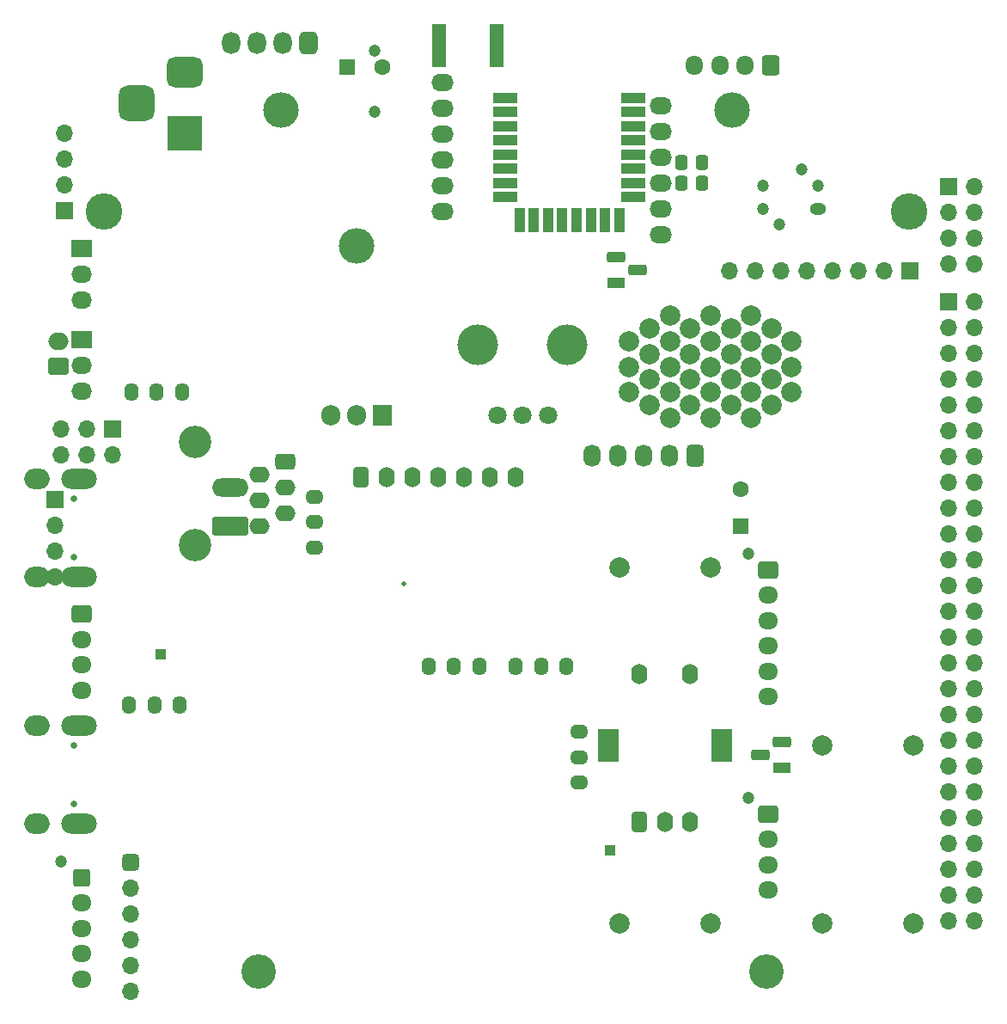
<source format=gbr>
%TF.GenerationSoftware,KiCad,Pcbnew,(6.0.1)*%
%TF.CreationDate,2022-03-13T10:13:47+01:00*%
%TF.ProjectId,pcbV10,70636256-3130-42e6-9b69-6361645f7063,rev?*%
%TF.SameCoordinates,Original*%
%TF.FileFunction,Soldermask,Bot*%
%TF.FilePolarity,Negative*%
%FSLAX46Y46*%
G04 Gerber Fmt 4.6, Leading zero omitted, Abs format (unit mm)*
G04 Created by KiCad (PCBNEW (6.0.1)) date 2022-03-13 10:13:47*
%MOMM*%
%LPD*%
G01*
G04 APERTURE LIST*
G04 Aperture macros list*
%AMRoundRect*
0 Rectangle with rounded corners*
0 $1 Rounding radius*
0 $2 $3 $4 $5 $6 $7 $8 $9 X,Y pos of 4 corners*
0 Add a 4 corners polygon primitive as box body*
4,1,4,$2,$3,$4,$5,$6,$7,$8,$9,$2,$3,0*
0 Add four circle primitives for the rounded corners*
1,1,$1+$1,$2,$3*
1,1,$1+$1,$4,$5*
1,1,$1+$1,$6,$7*
1,1,$1+$1,$8,$9*
0 Add four rect primitives between the rounded corners*
20,1,$1+$1,$2,$3,$4,$5,0*
20,1,$1+$1,$4,$5,$6,$7,0*
20,1,$1+$1,$6,$7,$8,$9,0*
20,1,$1+$1,$8,$9,$2,$3,0*%
G04 Aperture macros list end*
%ADD10R,1.600000X1.600000*%
%ADD11C,1.600000*%
%ADD12O,2.200000X1.700000*%
%ADD13C,1.200000*%
%ADD14RoundRect,0.250000X-0.600000X0.600000X-0.600000X-0.600000X0.600000X-0.600000X0.600000X0.600000X0*%
%ADD15O,1.950000X1.700000*%
%ADD16C,0.650000*%
%ADD17O,2.500000X2.000000*%
%ADD18O,3.500000X2.000000*%
%ADD19R,1.700000X1.700000*%
%ADD20O,1.700000X1.700000*%
%ADD21R,2.030000X1.730000*%
%ADD22O,2.030000X1.730000*%
%ADD23R,1.350000X4.200000*%
%ADD24C,4.000000*%
%ADD25C,1.800000*%
%ADD26C,2.000000*%
%ADD27C,3.200000*%
%ADD28RoundRect,0.400000X0.600000X-0.400000X0.600000X0.400000X-0.600000X0.400000X-0.600000X-0.400000X0*%
%ADD29O,2.000000X1.600000*%
%ADD30RoundRect,0.250000X0.550000X-0.550000X0.550000X0.550000X-0.550000X0.550000X-0.550000X-0.550000X0*%
%ADD31RoundRect,0.250000X-0.725000X0.600000X-0.725000X-0.600000X0.725000X-0.600000X0.725000X0.600000X0*%
%ADD32C,3.400000*%
%ADD33RoundRect,0.450000X-0.450000X0.650000X-0.450000X-0.650000X0.450000X-0.650000X0.450000X0.650000X0*%
%ADD34O,1.800000X2.200000*%
%ADD35RoundRect,0.400000X0.400000X-0.600000X0.400000X0.600000X-0.400000X0.600000X-0.400000X-0.600000X0*%
%ADD36O,1.600000X2.000000*%
%ADD37R,2.000000X3.200000*%
%ADD38RoundRect,0.400000X-0.400000X-0.600000X0.400000X-0.600000X0.400000X0.600000X-0.400000X0.600000X0*%
%ADD39O,1.800000X1.400000*%
%ADD40O,1.400000X1.800000*%
%ADD41R,3.500000X3.500000*%
%ADD42RoundRect,0.750000X-1.000000X0.750000X-1.000000X-0.750000X1.000000X-0.750000X1.000000X0.750000X0*%
%ADD43RoundRect,0.875000X-0.875000X0.875000X-0.875000X-0.875000X0.875000X-0.875000X0.875000X0.875000X0*%
%ADD44RoundRect,0.425000X-0.425000X-0.425000X0.425000X-0.425000X0.425000X0.425000X-0.425000X0.425000X0*%
%ADD45R,1.800000X1.100000*%
%ADD46RoundRect,0.275000X0.625000X-0.275000X0.625000X0.275000X-0.625000X0.275000X-0.625000X-0.275000X0*%
%ADD47RoundRect,0.425000X-0.425000X0.675000X-0.425000X-0.675000X0.425000X-0.675000X0.425000X0.675000X0*%
%ADD48O,1.700000X2.200000*%
%ADD49O,1.600000X1.200000*%
%ADD50R,1.000000X1.000000*%
%ADD51RoundRect,0.250000X0.600000X0.725000X-0.600000X0.725000X-0.600000X-0.725000X0.600000X-0.725000X0*%
%ADD52O,1.700000X1.950000*%
%ADD53O,3.500000X3.500000*%
%ADD54R,1.905000X2.000000*%
%ADD55O,1.905000X2.000000*%
%ADD56RoundRect,0.250000X1.550000X-0.650000X1.550000X0.650000X-1.550000X0.650000X-1.550000X-0.650000X0*%
%ADD57O,3.600000X1.800000*%
%ADD58C,0.500000*%
%ADD59C,3.600000*%
%ADD60RoundRect,0.250000X0.750000X-0.600000X0.750000X0.600000X-0.750000X0.600000X-0.750000X-0.600000X0*%
%ADD61O,2.000000X1.700000*%
%ADD62RoundRect,0.250000X-0.337500X-0.475000X0.337500X-0.475000X0.337500X0.475000X-0.337500X0.475000X0*%
%ADD63R,2.450000X1.000000*%
%ADD64R,1.000000X2.450000*%
G04 APERTURE END LIST*
D10*
%TO.C,C27*%
X83194849Y-54200000D03*
D11*
X86694849Y-54200000D03*
%TD*%
D12*
%TO.C,GSM_Module1*%
X92583000Y-55700000D03*
X92583000Y-58240000D03*
X92583000Y-60780000D03*
X92583000Y-63320000D03*
X92583000Y-65860000D03*
X92583000Y-68400000D03*
X114083000Y-58000000D03*
X114083000Y-60540000D03*
X114083000Y-63080000D03*
X114083000Y-65620000D03*
X114083000Y-68160000D03*
X114083000Y-70700000D03*
%TD*%
D13*
%TO.C,J3*%
X55000000Y-132400000D03*
D14*
X57000000Y-134000000D03*
D15*
X57000000Y-136500000D03*
X57000000Y-139000000D03*
X57000000Y-141500000D03*
X57000000Y-144000000D03*
%TD*%
D16*
%TO.C,J8*%
X56300000Y-102490000D03*
X56300000Y-96710000D03*
D17*
X52600000Y-104420000D03*
X52600000Y-94780000D03*
D18*
X56780000Y-94780000D03*
X56780000Y-104420000D03*
%TD*%
D19*
%TO.C,J9*%
X55372000Y-68326000D03*
D20*
X55372000Y-65786000D03*
X55372000Y-63246000D03*
X55372000Y-60706000D03*
%TD*%
D21*
%TO.C,J11*%
X57000000Y-81060000D03*
D22*
X57000000Y-83600000D03*
X57000000Y-86140000D03*
%TD*%
D19*
%TO.C,J12*%
X142460000Y-77290000D03*
D20*
X145000000Y-77290000D03*
X142460000Y-79830000D03*
X145000000Y-79830000D03*
X142460000Y-82370000D03*
X145000000Y-82370000D03*
X142460000Y-84910000D03*
X145000000Y-84910000D03*
X142460000Y-87450000D03*
X145000000Y-87450000D03*
X142460000Y-89990000D03*
X145000000Y-89990000D03*
X142460000Y-92530000D03*
X145000000Y-92530000D03*
X142460000Y-95070000D03*
X145000000Y-95070000D03*
X142460000Y-97610000D03*
X145000000Y-97610000D03*
X142460000Y-100150000D03*
X145000000Y-100150000D03*
X142460000Y-102690000D03*
X145000000Y-102690000D03*
X142460000Y-105230000D03*
X145000000Y-105230000D03*
X142460000Y-107770000D03*
X145000000Y-107770000D03*
X142460000Y-110310000D03*
X145000000Y-110310000D03*
X142460000Y-112850000D03*
X145000000Y-112850000D03*
X142460000Y-115390000D03*
X145000000Y-115390000D03*
X142460000Y-117930000D03*
X145000000Y-117930000D03*
X142460000Y-120470000D03*
X145000000Y-120470000D03*
X142460000Y-123010000D03*
X145000000Y-123010000D03*
X142460000Y-125550000D03*
X145000000Y-125550000D03*
X142460000Y-128090000D03*
X145000000Y-128090000D03*
X142460000Y-130630000D03*
X145000000Y-130630000D03*
X142460000Y-133170000D03*
X145000000Y-133170000D03*
X142460000Y-135710000D03*
X145000000Y-135710000D03*
X142460000Y-138250000D03*
X145000000Y-138250000D03*
%TD*%
D23*
%TO.C,J14*%
X97925000Y-52100000D03*
X92275000Y-52100000D03*
%TD*%
D24*
%TO.C,RV1*%
X96100000Y-81500000D03*
X104900000Y-81500000D03*
D25*
X103000000Y-88500000D03*
X100500000Y-88500000D03*
X98000000Y-88500000D03*
%TD*%
D26*
%TO.C,SW1*%
X139000000Y-121000000D03*
X130000000Y-121000000D03*
%TD*%
%TO.C,SW5*%
X139000000Y-138500000D03*
X130000000Y-138500000D03*
%TD*%
D19*
%TO.C,J2*%
X60080000Y-89825000D03*
D20*
X60080000Y-92365000D03*
X57540000Y-89825000D03*
X57540000Y-92365000D03*
X55000000Y-89825000D03*
X55000000Y-92365000D03*
%TD*%
D27*
%TO.C,J7*%
X68210000Y-91120000D03*
X68210000Y-101280000D03*
D28*
X77100000Y-93025000D03*
D29*
X74560000Y-94295000D03*
X77100000Y-95565000D03*
X74560000Y-96835000D03*
X77100000Y-98105000D03*
X74560000Y-99375000D03*
%TD*%
D30*
%TO.C,J13*%
X122000000Y-99400000D03*
D11*
X122000000Y-95800000D03*
%TD*%
D13*
%TO.C,J4*%
X122700000Y-126150000D03*
D31*
X124700000Y-127750000D03*
D15*
X124700000Y-130250000D03*
X124700000Y-132750000D03*
X124700000Y-135250000D03*
%TD*%
D26*
%TO.C,SW3*%
X119000000Y-138500000D03*
X110000000Y-138500000D03*
%TD*%
D32*
%TO.C,X1*%
X124500000Y-143250000D03*
X74500000Y-143250000D03*
%TD*%
D33*
%TO.C,U16*%
X79410000Y-51800000D03*
D34*
X76870000Y-51800000D03*
X74330000Y-51800000D03*
X71790000Y-51800000D03*
%TD*%
D13*
%TO.C,J5*%
X122700000Y-102100000D03*
D31*
X124700000Y-103700000D03*
D15*
X124700000Y-106200000D03*
X124700000Y-108700000D03*
X124700000Y-111200000D03*
X124700000Y-113700000D03*
X124700000Y-116200000D03*
%TD*%
D26*
%TO.C,SW4*%
X119000000Y-103500000D03*
X110000000Y-103500000D03*
%TD*%
D35*
%TO.C,SW2*%
X112000000Y-128500000D03*
D36*
X117000000Y-128500000D03*
X114500000Y-128500000D03*
D37*
X108900000Y-121000000D03*
X120100000Y-121000000D03*
D36*
X117000000Y-114000000D03*
X112000000Y-114000000D03*
%TD*%
D21*
%TO.C,J10*%
X57000000Y-72060000D03*
D22*
X57000000Y-74600000D03*
X57000000Y-77140000D03*
%TD*%
D38*
%TO.C,U14*%
X84580000Y-94600000D03*
D36*
X87120000Y-94600000D03*
X89660000Y-94600000D03*
X92200000Y-94600000D03*
X94740000Y-94600000D03*
X97280000Y-94600000D03*
X99820000Y-94600000D03*
%TD*%
D39*
%TO.C,SW6*%
X80000000Y-101500000D03*
X80000000Y-99000000D03*
X80000000Y-96500000D03*
%TD*%
D16*
%TO.C,J1*%
X56300000Y-121010000D03*
X56300000Y-126790000D03*
D17*
X52600000Y-119080000D03*
D18*
X56780000Y-119080000D03*
X56780000Y-128720000D03*
D17*
X52600000Y-128720000D03*
%TD*%
D40*
%TO.C,SW7*%
X104800000Y-113200000D03*
X102300000Y-113200000D03*
X99800000Y-113200000D03*
%TD*%
D39*
%TO.C,SW8*%
X106045000Y-124674000D03*
X106045000Y-122174000D03*
X106045000Y-119674000D03*
%TD*%
D40*
%TO.C,SW11*%
X66700000Y-117000000D03*
X64200000Y-117000000D03*
X61700000Y-117000000D03*
%TD*%
%TO.C,SW9*%
X96200000Y-113200000D03*
X93700000Y-113200000D03*
X91200000Y-113200000D03*
%TD*%
%TO.C,SW10*%
X61900000Y-86200000D03*
X64400000Y-86200000D03*
X66900000Y-86200000D03*
%TD*%
D31*
%TO.C,J6*%
X57000000Y-108050000D03*
D15*
X57000000Y-110550000D03*
X57000000Y-113050000D03*
X57000000Y-115550000D03*
%TD*%
D41*
%TO.C,J18*%
X67183000Y-60706000D03*
D42*
X67183000Y-54706000D03*
D43*
X62483000Y-57706000D03*
%TD*%
D19*
%TO.C,J19*%
X142425000Y-66000000D03*
D20*
X144965000Y-66000000D03*
X142425000Y-68540000D03*
X144965000Y-68540000D03*
X142425000Y-71080000D03*
X144965000Y-71080000D03*
X142425000Y-73620000D03*
X144965000Y-73620000D03*
%TD*%
D44*
%TO.C,J16*%
X61825000Y-132475000D03*
D20*
X61825000Y-135015000D03*
X61825000Y-137555000D03*
X61825000Y-140095000D03*
X61825000Y-142635000D03*
X61825000Y-145175000D03*
%TD*%
D19*
%TO.C,J17*%
X138684000Y-74295000D03*
D20*
X136144000Y-74295000D03*
X133604000Y-74295000D03*
X131064000Y-74295000D03*
X128524000Y-74295000D03*
X125984000Y-74295000D03*
X123444000Y-74295000D03*
X120904000Y-74295000D03*
%TD*%
D45*
%TO.C,U7*%
X126020000Y-123170000D03*
D46*
X123950000Y-121900000D03*
X126020000Y-120630000D03*
%TD*%
D47*
%TO.C,U20*%
X117480000Y-92500000D03*
D48*
X114940000Y-92500000D03*
X112400000Y-92500000D03*
X109860000Y-92500000D03*
X107320000Y-92500000D03*
%TD*%
D49*
%TO.C,U22*%
X129600000Y-68120000D03*
D13*
X129600000Y-65880000D03*
X128020000Y-64300000D03*
X124200000Y-65880000D03*
X124200000Y-68120000D03*
X125780000Y-69700000D03*
%TD*%
D26*
%TO.C,SP1*%
X117000000Y-87450000D03*
X127000000Y-86200000D03*
X115000000Y-78700000D03*
X123000000Y-81200000D03*
X113000000Y-82450000D03*
X121000000Y-87450000D03*
X119000000Y-86200000D03*
X119000000Y-78700000D03*
X115000000Y-83700000D03*
X127000000Y-81200000D03*
X121000000Y-84950000D03*
X111000000Y-86200000D03*
X123000000Y-86200000D03*
X111000000Y-83700000D03*
X117000000Y-82450000D03*
X121000000Y-79950000D03*
X123000000Y-78700000D03*
X115000000Y-81200000D03*
X119000000Y-83700000D03*
X119000000Y-81200000D03*
X123000000Y-88700000D03*
X117000000Y-84950000D03*
X115000000Y-88700000D03*
X117000000Y-79950000D03*
X125000000Y-79950000D03*
X113000000Y-79950000D03*
X125000000Y-84950000D03*
X113000000Y-84950000D03*
X125000000Y-82450000D03*
X113000000Y-87450000D03*
X119000000Y-88700000D03*
X123000000Y-83700000D03*
X121000000Y-82450000D03*
X125000000Y-87450000D03*
X127000000Y-83700000D03*
X111000000Y-81200000D03*
X115000000Y-86200000D03*
%TD*%
D13*
%TO.C,J22*%
X85900000Y-52575000D03*
X85900000Y-58575000D03*
%TD*%
D50*
%TO.C,TP2*%
X109100000Y-131300000D03*
%TD*%
D51*
%TO.C,J24*%
X124900000Y-54000000D03*
D52*
X122400000Y-54000000D03*
X119900000Y-54000000D03*
X117400000Y-54000000D03*
%TD*%
D19*
%TO.C,J23*%
X54400000Y-96760000D03*
D20*
X54400000Y-99300000D03*
X54400000Y-101840000D03*
X54400000Y-104380000D03*
%TD*%
D53*
%TO.C,Q7*%
X84100000Y-71840000D03*
D54*
X86640000Y-88500000D03*
D55*
X84100000Y-88500000D03*
X81560000Y-88500000D03*
%TD*%
D56*
%TO.C,J15*%
X71642500Y-99387500D03*
D57*
X71642500Y-95577500D03*
%TD*%
D50*
%TO.C,TP1*%
X64800000Y-112000000D03*
%TD*%
D58*
%TO.C,U3*%
X88750000Y-105100000D03*
%TD*%
D53*
%TO.C,R18*%
X121150000Y-58400000D03*
X76650000Y-58400000D03*
D59*
X59200000Y-68400000D03*
X138600000Y-68400000D03*
%TD*%
D60*
%TO.C,J20*%
X54737000Y-83693000D03*
D61*
X54737000Y-81193000D03*
%TD*%
D45*
%TO.C,U19*%
X109730000Y-75470000D03*
D46*
X111800000Y-74200000D03*
X109730000Y-72930000D03*
%TD*%
D62*
%TO.C,C40*%
X116120000Y-65659000D03*
X118195000Y-65659000D03*
%TD*%
%TO.C,C41*%
X116120000Y-63627000D03*
X118195000Y-63627000D03*
%TD*%
D63*
%TO.C,DWM1*%
X111400000Y-57201200D03*
X111400000Y-58601200D03*
X111400000Y-60001200D03*
X111400000Y-61401200D03*
X111400000Y-62801200D03*
X111400000Y-64201200D03*
X111400000Y-65601200D03*
X111400000Y-67001200D03*
D64*
X110000000Y-69296200D03*
X108600000Y-69296200D03*
X107200000Y-69296200D03*
X105800000Y-69296200D03*
X104400000Y-69296200D03*
X103000000Y-69296200D03*
X101600000Y-69296200D03*
X100200000Y-69296200D03*
D63*
X98800000Y-67000000D03*
X98800000Y-65600000D03*
X98800000Y-64201200D03*
X98800000Y-62801200D03*
X98800000Y-61401200D03*
X98800000Y-60001200D03*
X98800000Y-58601200D03*
X98800000Y-57201200D03*
%TD*%
M02*

</source>
